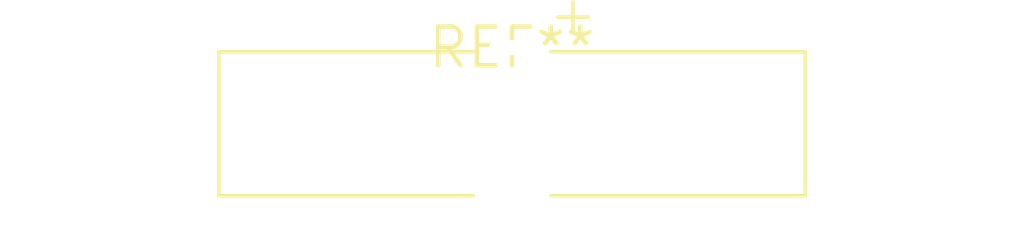
<source format=kicad_pcb>
(kicad_pcb (version 20240108) (generator pcbnew)
  (layers (0 "F.Cu" signal) (31 "B.Cu" signal) (34 "B.Paste" user) (35 "F.Paste" user) (36 "B.SilkS" user "B.Silkscreen") (37 "F.SilkS" user "F.Silkscreen") (38 "B.Mask" user) (39 "F.Mask" user) (44 "Edge.Cuts" user))
  (net 0 "")
  (footprint "DX_5R5VxxxxU_D19.0mm_P5.00mm" (layer "F.Cu") (at 0 0)
    (property "Reference" "REF**")
    (property "Value" "DX_5R5VxxxxU_D19.0mm_P5.00mm")
    (fp_line (start -9.61 0.14) (end -9.61 4.86) (layer "F.SilkS") (stroke (width 0.12)))
    (fp_line (start -9.61 0.14) (end -1.27 0.14) (layer "F.SilkS") (stroke (width 0.12)))
    (fp_line (start -1.27 4.86) (end -9.61 4.86) (layer "F.SilkS") (stroke (width 0.12)))
    (fp_line (start 1.27 0.14) (end 9.61 0.14) (layer "F.SilkS") (stroke (width 0.12)))
    (fp_line (start 1.5 -1) (end 2.5 -1) (layer "F.SilkS") (stroke (width 0.12)))
    (fp_line (start 2 -1.5) (end 2 -0.5) (layer "F.SilkS") (stroke (width 0.12)))
    (fp_line (start 9.61 0.14) (end 9.61 4.86) (layer "F.SilkS") (stroke (width 0.12)))
    (fp_line (start 9.61 4.86) (end 1.27 4.86) (layer "F.SilkS") (stroke (width 0.12)))
    (pad "1" thru_hole rect (at 0 0) (size 2.5 1.5) (drill oval 1.5 0.5) (layers *.Cu *.Mask) (remove_unused_layers))
    (pad "2" thru_hole oval (at 0 5) (size 2.5 1.5) (drill oval 1.5 0.5) (layers *.Cu *.Mask) (remove_unused_layers))
  )
)
</source>
